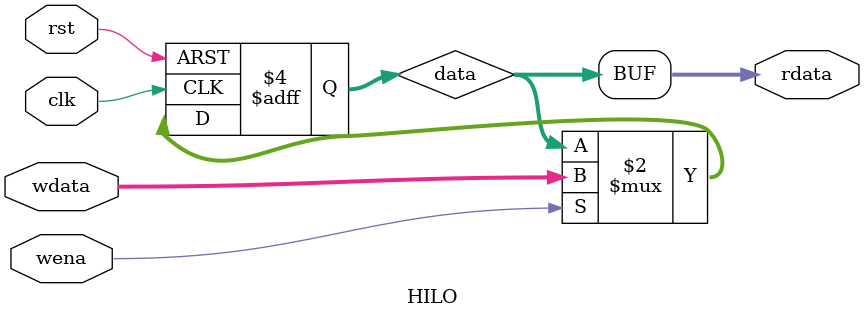
<source format=v>
`timescale 1ns / 1ps
module HILO(
    input clk,
    input wena,
    input rst,
    input[31:0] wdata,
    output[31:0]rdata
    );
    reg [31:0]data;
    always@(posedge clk or posedge rst)
        if(rst)
            data<=32'b0;
        else if(wena)
            data<=wdata;
    assign rdata=data;
endmodule

</source>
